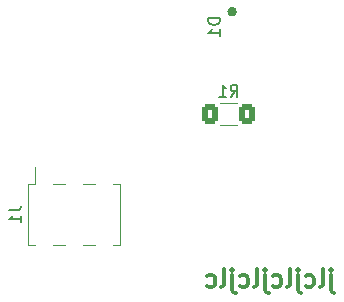
<source format=gbo>
G04 #@! TF.GenerationSoftware,KiCad,Pcbnew,(6.99.0-2452-gdb4f2d9dd8)*
G04 #@! TF.CreationDate,2022-07-25T19:23:05-05:00*
G04 #@! TF.ProjectId,B2,42322e6b-6963-4616-945f-706362585858,rev?*
G04 #@! TF.SameCoordinates,Original*
G04 #@! TF.FileFunction,Legend,Bot*
G04 #@! TF.FilePolarity,Positive*
%FSLAX46Y46*%
G04 Gerber Fmt 4.6, Leading zero omitted, Abs format (unit mm)*
G04 Created by KiCad (PCBNEW (6.99.0-2452-gdb4f2d9dd8)) date 2022-07-25 19:23:05*
%MOMM*%
%LPD*%
G01*
G04 APERTURE LIST*
G04 Aperture macros list*
%AMRoundRect*
0 Rectangle with rounded corners*
0 $1 Rounding radius*
0 $2 $3 $4 $5 $6 $7 $8 $9 X,Y pos of 4 corners*
0 Add a 4 corners polygon primitive as box body*
4,1,4,$2,$3,$4,$5,$6,$7,$8,$9,$2,$3,0*
0 Add four circle primitives for the rounded corners*
1,1,$1+$1,$2,$3*
1,1,$1+$1,$4,$5*
1,1,$1+$1,$6,$7*
1,1,$1+$1,$8,$9*
0 Add four rect primitives between the rounded corners*
20,1,$1+$1,$2,$3,$4,$5,0*
20,1,$1+$1,$4,$5,$6,$7,0*
20,1,$1+$1,$6,$7,$8,$9,0*
20,1,$1+$1,$8,$9,$2,$3,0*%
G04 Aperture macros list end*
%ADD10C,0.300000*%
%ADD11C,0.150000*%
%ADD12C,0.120000*%
%ADD13C,0.400000*%
%ADD14C,0.090000*%
%ADD15C,1.600000*%
%ADD16R,1.000000X3.150000*%
%ADD17RoundRect,0.250000X0.400000X0.625000X-0.400000X0.625000X-0.400000X-0.625000X0.400000X-0.625000X0*%
%ADD18R,1.400000X2.600000*%
G04 APERTURE END LIST*
D10*
X155114285Y-101851071D02*
X155114285Y-103136785D01*
X155114285Y-103136785D02*
X155185713Y-103279642D01*
X155185713Y-103279642D02*
X155328570Y-103351071D01*
X155328570Y-103351071D02*
X155399999Y-103351071D01*
X155114285Y-101351071D02*
X155185713Y-101422500D01*
X155185713Y-101422500D02*
X155114285Y-101493928D01*
X155114285Y-101493928D02*
X155042856Y-101422500D01*
X155042856Y-101422500D02*
X155114285Y-101351071D01*
X155114285Y-101351071D02*
X155114285Y-101493928D01*
X154185713Y-102851071D02*
X154328570Y-102779642D01*
X154328570Y-102779642D02*
X154399999Y-102636785D01*
X154399999Y-102636785D02*
X154399999Y-101351071D01*
X152971428Y-102779642D02*
X153114285Y-102851071D01*
X153114285Y-102851071D02*
X153399999Y-102851071D01*
X153399999Y-102851071D02*
X153542856Y-102779642D01*
X153542856Y-102779642D02*
X153614285Y-102708214D01*
X153614285Y-102708214D02*
X153685713Y-102565357D01*
X153685713Y-102565357D02*
X153685713Y-102136785D01*
X153685713Y-102136785D02*
X153614285Y-101993928D01*
X153614285Y-101993928D02*
X153542856Y-101922500D01*
X153542856Y-101922500D02*
X153399999Y-101851071D01*
X153399999Y-101851071D02*
X153114285Y-101851071D01*
X153114285Y-101851071D02*
X152971428Y-101922500D01*
X152328571Y-101851071D02*
X152328571Y-103136785D01*
X152328571Y-103136785D02*
X152399999Y-103279642D01*
X152399999Y-103279642D02*
X152542856Y-103351071D01*
X152542856Y-103351071D02*
X152614285Y-103351071D01*
X152328571Y-101351071D02*
X152399999Y-101422500D01*
X152399999Y-101422500D02*
X152328571Y-101493928D01*
X152328571Y-101493928D02*
X152257142Y-101422500D01*
X152257142Y-101422500D02*
X152328571Y-101351071D01*
X152328571Y-101351071D02*
X152328571Y-101493928D01*
X151399999Y-102851071D02*
X151542856Y-102779642D01*
X151542856Y-102779642D02*
X151614285Y-102636785D01*
X151614285Y-102636785D02*
X151614285Y-101351071D01*
X150185714Y-102779642D02*
X150328571Y-102851071D01*
X150328571Y-102851071D02*
X150614285Y-102851071D01*
X150614285Y-102851071D02*
X150757142Y-102779642D01*
X150757142Y-102779642D02*
X150828571Y-102708214D01*
X150828571Y-102708214D02*
X150899999Y-102565357D01*
X150899999Y-102565357D02*
X150899999Y-102136785D01*
X150899999Y-102136785D02*
X150828571Y-101993928D01*
X150828571Y-101993928D02*
X150757142Y-101922500D01*
X150757142Y-101922500D02*
X150614285Y-101851071D01*
X150614285Y-101851071D02*
X150328571Y-101851071D01*
X150328571Y-101851071D02*
X150185714Y-101922500D01*
X149542857Y-101851071D02*
X149542857Y-103136785D01*
X149542857Y-103136785D02*
X149614285Y-103279642D01*
X149614285Y-103279642D02*
X149757142Y-103351071D01*
X149757142Y-103351071D02*
X149828571Y-103351071D01*
X149542857Y-101351071D02*
X149614285Y-101422500D01*
X149614285Y-101422500D02*
X149542857Y-101493928D01*
X149542857Y-101493928D02*
X149471428Y-101422500D01*
X149471428Y-101422500D02*
X149542857Y-101351071D01*
X149542857Y-101351071D02*
X149542857Y-101493928D01*
X148614285Y-102851071D02*
X148757142Y-102779642D01*
X148757142Y-102779642D02*
X148828571Y-102636785D01*
X148828571Y-102636785D02*
X148828571Y-101351071D01*
X147400000Y-102779642D02*
X147542857Y-102851071D01*
X147542857Y-102851071D02*
X147828571Y-102851071D01*
X147828571Y-102851071D02*
X147971428Y-102779642D01*
X147971428Y-102779642D02*
X148042857Y-102708214D01*
X148042857Y-102708214D02*
X148114285Y-102565357D01*
X148114285Y-102565357D02*
X148114285Y-102136785D01*
X148114285Y-102136785D02*
X148042857Y-101993928D01*
X148042857Y-101993928D02*
X147971428Y-101922500D01*
X147971428Y-101922500D02*
X147828571Y-101851071D01*
X147828571Y-101851071D02*
X147542857Y-101851071D01*
X147542857Y-101851071D02*
X147400000Y-101922500D01*
X146757143Y-101851071D02*
X146757143Y-103136785D01*
X146757143Y-103136785D02*
X146828571Y-103279642D01*
X146828571Y-103279642D02*
X146971428Y-103351071D01*
X146971428Y-103351071D02*
X147042857Y-103351071D01*
X146757143Y-101351071D02*
X146828571Y-101422500D01*
X146828571Y-101422500D02*
X146757143Y-101493928D01*
X146757143Y-101493928D02*
X146685714Y-101422500D01*
X146685714Y-101422500D02*
X146757143Y-101351071D01*
X146757143Y-101351071D02*
X146757143Y-101493928D01*
X145828571Y-102851071D02*
X145971428Y-102779642D01*
X145971428Y-102779642D02*
X146042857Y-102636785D01*
X146042857Y-102636785D02*
X146042857Y-101351071D01*
X144614286Y-102779642D02*
X144757143Y-102851071D01*
X144757143Y-102851071D02*
X145042857Y-102851071D01*
X145042857Y-102851071D02*
X145185714Y-102779642D01*
X145185714Y-102779642D02*
X145257143Y-102708214D01*
X145257143Y-102708214D02*
X145328571Y-102565357D01*
X145328571Y-102565357D02*
X145328571Y-102136785D01*
X145328571Y-102136785D02*
X145257143Y-101993928D01*
X145257143Y-101993928D02*
X145185714Y-101922500D01*
X145185714Y-101922500D02*
X145042857Y-101851071D01*
X145042857Y-101851071D02*
X144757143Y-101851071D01*
X144757143Y-101851071D02*
X144614286Y-101922500D01*
D11*
X127859303Y-96359410D02*
X128573589Y-96359410D01*
X128573589Y-96359410D02*
X128716446Y-96311791D01*
X128716446Y-96311791D02*
X128811684Y-96216553D01*
X128811684Y-96216553D02*
X128859303Y-96073696D01*
X128859303Y-96073696D02*
X128859303Y-95978458D01*
X128859303Y-97359410D02*
X128859303Y-96787982D01*
X128859303Y-97073696D02*
X127859303Y-97073696D01*
X127859303Y-97073696D02*
X128002161Y-96978458D01*
X128002161Y-96978458D02*
X128097399Y-96883220D01*
X128097399Y-96883220D02*
X128145018Y-96787982D01*
X146616989Y-86732230D02*
X146950322Y-86256040D01*
X147188417Y-86732230D02*
X147188417Y-85732230D01*
X147188417Y-85732230D02*
X146807465Y-85732230D01*
X146807465Y-85732230D02*
X146712227Y-85779850D01*
X146712227Y-85779850D02*
X146664608Y-85827469D01*
X146664608Y-85827469D02*
X146616989Y-85922707D01*
X146616989Y-85922707D02*
X146616989Y-86065564D01*
X146616989Y-86065564D02*
X146664608Y-86160802D01*
X146664608Y-86160802D02*
X146712227Y-86208421D01*
X146712227Y-86208421D02*
X146807465Y-86256040D01*
X146807465Y-86256040D02*
X147188417Y-86256040D01*
X145664608Y-86732230D02*
X146236036Y-86732230D01*
X145950322Y-86732230D02*
X145950322Y-85732230D01*
X145950322Y-85732230D02*
X146045560Y-85875088D01*
X146045560Y-85875088D02*
X146140798Y-85970326D01*
X146140798Y-85970326D02*
X146236036Y-86017945D01*
X145714520Y-80086785D02*
X144714520Y-80086785D01*
X144714520Y-80086785D02*
X144714520Y-80324880D01*
X144714520Y-80324880D02*
X144762140Y-80467737D01*
X144762140Y-80467737D02*
X144857378Y-80562975D01*
X144857378Y-80562975D02*
X144952616Y-80610594D01*
X144952616Y-80610594D02*
X145143092Y-80658213D01*
X145143092Y-80658213D02*
X145285949Y-80658213D01*
X145285949Y-80658213D02*
X145476425Y-80610594D01*
X145476425Y-80610594D02*
X145571663Y-80562975D01*
X145571663Y-80562975D02*
X145666901Y-80467737D01*
X145666901Y-80467737D02*
X145714520Y-80324880D01*
X145714520Y-80324880D02*
X145714520Y-80086785D01*
X145714520Y-81610594D02*
X145714520Y-81039166D01*
X145714520Y-81324880D02*
X144714520Y-81324880D01*
X144714520Y-81324880D02*
X144857378Y-81229642D01*
X144857378Y-81229642D02*
X144952616Y-81134404D01*
X144952616Y-81134404D02*
X145000235Y-81039166D01*
D12*
X130061923Y-92652744D02*
X130061923Y-94092744D01*
X137231923Y-94092744D02*
X137231923Y-99292744D01*
X136661923Y-94092744D02*
X137231923Y-94092744D01*
X134121923Y-94092744D02*
X135141923Y-94092744D01*
X131581923Y-94092744D02*
X132601923Y-94092744D01*
X129491923Y-94092744D02*
X130061923Y-94092744D01*
X129491923Y-94092744D02*
X129491923Y-99292744D01*
X136661923Y-99292744D02*
X137231923Y-99292744D01*
X134121923Y-99292744D02*
X135141923Y-99292744D01*
X131581923Y-99292744D02*
X132601923Y-99292744D01*
X129491923Y-99292744D02*
X130061923Y-99292744D01*
X147177387Y-89094850D02*
X145723259Y-89094850D01*
X147177387Y-87274850D02*
X145723259Y-87274850D01*
D13*
X146942827Y-79529940D02*
G75*
G03*
X146942827Y-79529940I-200000J0D01*
G01*
%LPC*%
D14*
G36*
X152994197Y-80617185D02*
G01*
X153052642Y-80747679D01*
X153122467Y-80909395D01*
X153196752Y-81090232D01*
X153233403Y-81184039D01*
X153268573Y-81278089D01*
X153301398Y-81370868D01*
X153331011Y-81460865D01*
X153356548Y-81546565D01*
X153377143Y-81626458D01*
X153394639Y-81709934D01*
X153410835Y-81803264D01*
X153439420Y-82011077D01*
X153463088Y-82233073D01*
X153482028Y-82452431D01*
X153506482Y-82815937D01*
X153514297Y-82967013D01*
X152744466Y-82958193D01*
X152666487Y-82495298D01*
X152595767Y-82107685D01*
X152560277Y-81930548D01*
X152527673Y-81785746D01*
X152510580Y-81722854D01*
X152490127Y-81658055D01*
X152466931Y-81592171D01*
X152441606Y-81526025D01*
X152387037Y-81396242D01*
X152331344Y-81275290D01*
X152279453Y-81169753D01*
X152236289Y-81086218D01*
X152195848Y-81011488D01*
X152939135Y-80498268D01*
X152994197Y-80617185D01*
G37*
X152994197Y-80617185D02*
X153052642Y-80747679D01*
X153122467Y-80909395D01*
X153196752Y-81090232D01*
X153233403Y-81184039D01*
X153268573Y-81278089D01*
X153301398Y-81370868D01*
X153331011Y-81460865D01*
X153356548Y-81546565D01*
X153377143Y-81626458D01*
X153394639Y-81709934D01*
X153410835Y-81803264D01*
X153439420Y-82011077D01*
X153463088Y-82233073D01*
X153482028Y-82452431D01*
X153506482Y-82815937D01*
X153514297Y-82967013D01*
X152744466Y-82958193D01*
X152666487Y-82495298D01*
X152595767Y-82107685D01*
X152560277Y-81930548D01*
X152527673Y-81785746D01*
X152510580Y-81722854D01*
X152490127Y-81658055D01*
X152466931Y-81592171D01*
X152441606Y-81526025D01*
X152387037Y-81396242D01*
X152331344Y-81275290D01*
X152279453Y-81169753D01*
X152236289Y-81086218D01*
X152195848Y-81011488D01*
X152939135Y-80498268D01*
X152994197Y-80617185D01*
G36*
X150710915Y-78235039D02*
G01*
X150744960Y-78239029D01*
X150791253Y-78246264D01*
X150849004Y-78257692D01*
X150917423Y-78274265D01*
X150995719Y-78296932D01*
X151083102Y-78326645D01*
X151178781Y-78364354D01*
X151229485Y-78386503D01*
X151281966Y-78411008D01*
X151336127Y-78437988D01*
X151391868Y-78467560D01*
X151449090Y-78499844D01*
X151507694Y-78534958D01*
X151567583Y-78573022D01*
X151628656Y-78614154D01*
X151690816Y-78658473D01*
X151753963Y-78706097D01*
X151817999Y-78757147D01*
X151882824Y-78811739D01*
X151948341Y-78869994D01*
X152014450Y-78932030D01*
X152109481Y-79029174D01*
X152199584Y-79131718D01*
X152284594Y-79238052D01*
X152364344Y-79346565D01*
X152438668Y-79455649D01*
X152507401Y-79563692D01*
X152570375Y-79669086D01*
X152627426Y-79770221D01*
X152723092Y-79953273D01*
X152793069Y-80099969D01*
X152850645Y-80232780D01*
X152850649Y-80232784D01*
X152054270Y-80772549D01*
X151999913Y-80715158D01*
X151936900Y-80651772D01*
X151897873Y-80613842D01*
X151854382Y-80572682D01*
X151806837Y-80528989D01*
X151755648Y-80483458D01*
X151701229Y-80436786D01*
X151643988Y-80389668D01*
X151584339Y-80342800D01*
X151522691Y-80296879D01*
X151459456Y-80252600D01*
X151427371Y-80231294D01*
X151395044Y-80210660D01*
X151318480Y-80165149D01*
X151245395Y-80126089D01*
X151175993Y-80092995D01*
X151110475Y-80065383D01*
X151049040Y-80042766D01*
X150991892Y-80024661D01*
X150939231Y-80010582D01*
X150891259Y-80000044D01*
X150848176Y-79992562D01*
X150810185Y-79987651D01*
X150750281Y-79983604D01*
X150700425Y-79985021D01*
X150682730Y-78232987D01*
X150710915Y-78235039D01*
G37*
X150710915Y-78235039D02*
X150744960Y-78239029D01*
X150791253Y-78246264D01*
X150849004Y-78257692D01*
X150917423Y-78274265D01*
X150995719Y-78296932D01*
X151083102Y-78326645D01*
X151178781Y-78364354D01*
X151229485Y-78386503D01*
X151281966Y-78411008D01*
X151336127Y-78437988D01*
X151391868Y-78467560D01*
X151449090Y-78499844D01*
X151507694Y-78534958D01*
X151567583Y-78573022D01*
X151628656Y-78614154D01*
X151690816Y-78658473D01*
X151753963Y-78706097D01*
X151817999Y-78757147D01*
X151882824Y-78811739D01*
X151948341Y-78869994D01*
X152014450Y-78932030D01*
X152109481Y-79029174D01*
X152199584Y-79131718D01*
X152284594Y-79238052D01*
X152364344Y-79346565D01*
X152438668Y-79455649D01*
X152507401Y-79563692D01*
X152570375Y-79669086D01*
X152627426Y-79770221D01*
X152723092Y-79953273D01*
X152793069Y-80099969D01*
X152850645Y-80232780D01*
X152850649Y-80232784D01*
X152054270Y-80772549D01*
X151999913Y-80715158D01*
X151936900Y-80651772D01*
X151897873Y-80613842D01*
X151854382Y-80572682D01*
X151806837Y-80528989D01*
X151755648Y-80483458D01*
X151701229Y-80436786D01*
X151643988Y-80389668D01*
X151584339Y-80342800D01*
X151522691Y-80296879D01*
X151459456Y-80252600D01*
X151427371Y-80231294D01*
X151395044Y-80210660D01*
X151318480Y-80165149D01*
X151245395Y-80126089D01*
X151175993Y-80092995D01*
X151110475Y-80065383D01*
X151049040Y-80042766D01*
X150991892Y-80024661D01*
X150939231Y-80010582D01*
X150891259Y-80000044D01*
X150848176Y-79992562D01*
X150810185Y-79987651D01*
X150750281Y-79983604D01*
X150700425Y-79985021D01*
X150682730Y-78232987D01*
X150710915Y-78235039D01*
G36*
X150417275Y-80002720D02*
G01*
X150367419Y-80001302D01*
X150307515Y-80005350D01*
X150269524Y-80010260D01*
X150226441Y-80017742D01*
X150178469Y-80028280D01*
X150125808Y-80042359D01*
X150068660Y-80060464D01*
X150007225Y-80083081D01*
X149941707Y-80110693D01*
X149872305Y-80143787D01*
X149799220Y-80182847D01*
X149722656Y-80228358D01*
X149690329Y-80248993D01*
X149658244Y-80270298D01*
X149595009Y-80314577D01*
X149533361Y-80360498D01*
X149473712Y-80407366D01*
X149416471Y-80454484D01*
X149362052Y-80501156D01*
X149310863Y-80546687D01*
X149263318Y-80590381D01*
X149219827Y-80631540D01*
X149180800Y-80669470D01*
X149117787Y-80732856D01*
X149063430Y-80790247D01*
X148267051Y-80250482D01*
X148267055Y-80250479D01*
X148324631Y-80117667D01*
X148394608Y-79970971D01*
X148490274Y-79787919D01*
X148547325Y-79686785D01*
X148610299Y-79581391D01*
X148679032Y-79473347D01*
X148753356Y-79364263D01*
X148833106Y-79255750D01*
X148918116Y-79149416D01*
X149008219Y-79046873D01*
X149103250Y-78949728D01*
X149169359Y-78887692D01*
X149234876Y-78829438D01*
X149299701Y-78774845D01*
X149363737Y-78723796D01*
X149426884Y-78676171D01*
X149489044Y-78631852D01*
X149550117Y-78590720D01*
X149610006Y-78552656D01*
X149668610Y-78517542D01*
X149725832Y-78485258D01*
X149781573Y-78455686D01*
X149835734Y-78428707D01*
X149888215Y-78404202D01*
X149938919Y-78382052D01*
X150034598Y-78344343D01*
X150121981Y-78314630D01*
X150200277Y-78291963D01*
X150268696Y-78275390D01*
X150326447Y-78263962D01*
X150372740Y-78256728D01*
X150406785Y-78252737D01*
X150434970Y-78250685D01*
X150417275Y-80002720D01*
G37*
X150417275Y-80002720D02*
X150367419Y-80001302D01*
X150307515Y-80005350D01*
X150269524Y-80010260D01*
X150226441Y-80017742D01*
X150178469Y-80028280D01*
X150125808Y-80042359D01*
X150068660Y-80060464D01*
X150007225Y-80083081D01*
X149941707Y-80110693D01*
X149872305Y-80143787D01*
X149799220Y-80182847D01*
X149722656Y-80228358D01*
X149690329Y-80248993D01*
X149658244Y-80270298D01*
X149595009Y-80314577D01*
X149533361Y-80360498D01*
X149473712Y-80407366D01*
X149416471Y-80454484D01*
X149362052Y-80501156D01*
X149310863Y-80546687D01*
X149263318Y-80590381D01*
X149219827Y-80631540D01*
X149180800Y-80669470D01*
X149117787Y-80732856D01*
X149063430Y-80790247D01*
X148267051Y-80250482D01*
X148267055Y-80250479D01*
X148324631Y-80117667D01*
X148394608Y-79970971D01*
X148490274Y-79787919D01*
X148547325Y-79686785D01*
X148610299Y-79581391D01*
X148679032Y-79473347D01*
X148753356Y-79364263D01*
X148833106Y-79255750D01*
X148918116Y-79149416D01*
X149008219Y-79046873D01*
X149103250Y-78949728D01*
X149169359Y-78887692D01*
X149234876Y-78829438D01*
X149299701Y-78774845D01*
X149363737Y-78723796D01*
X149426884Y-78676171D01*
X149489044Y-78631852D01*
X149550117Y-78590720D01*
X149610006Y-78552656D01*
X149668610Y-78517542D01*
X149725832Y-78485258D01*
X149781573Y-78455686D01*
X149835734Y-78428707D01*
X149888215Y-78404202D01*
X149938919Y-78382052D01*
X150034598Y-78344343D01*
X150121981Y-78314630D01*
X150200277Y-78291963D01*
X150268696Y-78275390D01*
X150326447Y-78263962D01*
X150372740Y-78256728D01*
X150406785Y-78252737D01*
X150434970Y-78250685D01*
X150417275Y-80002720D01*
G36*
X148904152Y-81011488D02*
G01*
X148863711Y-81086218D01*
X148820547Y-81169753D01*
X148768656Y-81275290D01*
X148712963Y-81396242D01*
X148658394Y-81526025D01*
X148633069Y-81592171D01*
X148609873Y-81658055D01*
X148589420Y-81722854D01*
X148572327Y-81785746D01*
X148539723Y-81930548D01*
X148504233Y-82107685D01*
X148433513Y-82495298D01*
X148355534Y-82958193D01*
X147585703Y-82967013D01*
X147593518Y-82815937D01*
X147617972Y-82452431D01*
X147636912Y-82233073D01*
X147660580Y-82011077D01*
X147689165Y-81803264D01*
X147705361Y-81709934D01*
X147722857Y-81626458D01*
X147743452Y-81546565D01*
X147768989Y-81460865D01*
X147798602Y-81370868D01*
X147831427Y-81278089D01*
X147866597Y-81184039D01*
X147903248Y-81090232D01*
X147977533Y-80909395D01*
X148047358Y-80747679D01*
X148105803Y-80617185D01*
X148160865Y-80498268D01*
X148904152Y-81011488D01*
G37*
X148904152Y-81011488D02*
X148863711Y-81086218D01*
X148820547Y-81169753D01*
X148768656Y-81275290D01*
X148712963Y-81396242D01*
X148658394Y-81526025D01*
X148633069Y-81592171D01*
X148609873Y-81658055D01*
X148589420Y-81722854D01*
X148572327Y-81785746D01*
X148539723Y-81930548D01*
X148504233Y-82107685D01*
X148433513Y-82495298D01*
X148355534Y-82958193D01*
X147585703Y-82967013D01*
X147593518Y-82815937D01*
X147617972Y-82452431D01*
X147636912Y-82233073D01*
X147660580Y-82011077D01*
X147689165Y-81803264D01*
X147705361Y-81709934D01*
X147722857Y-81626458D01*
X147743452Y-81546565D01*
X147768989Y-81460865D01*
X147798602Y-81370868D01*
X147831427Y-81278089D01*
X147866597Y-81184039D01*
X147903248Y-81090232D01*
X147977533Y-80909395D01*
X148047358Y-80747679D01*
X148105803Y-80617185D01*
X148160865Y-80498268D01*
X148904152Y-81011488D01*
D15*
X151265240Y-81292140D02*
G75*
G03*
X151265240Y-81292140I-800000J0D01*
G01*
D16*
X130821922Y-94167743D03*
X130821922Y-99217743D03*
X133361922Y-94167743D03*
X133361922Y-99217743D03*
X135901922Y-94167743D03*
X135901922Y-99217743D03*
D17*
X148000323Y-88184850D03*
X144900323Y-88184850D03*
D18*
X153049999Y-81149999D03*
X147849999Y-81149999D03*
M02*

</source>
